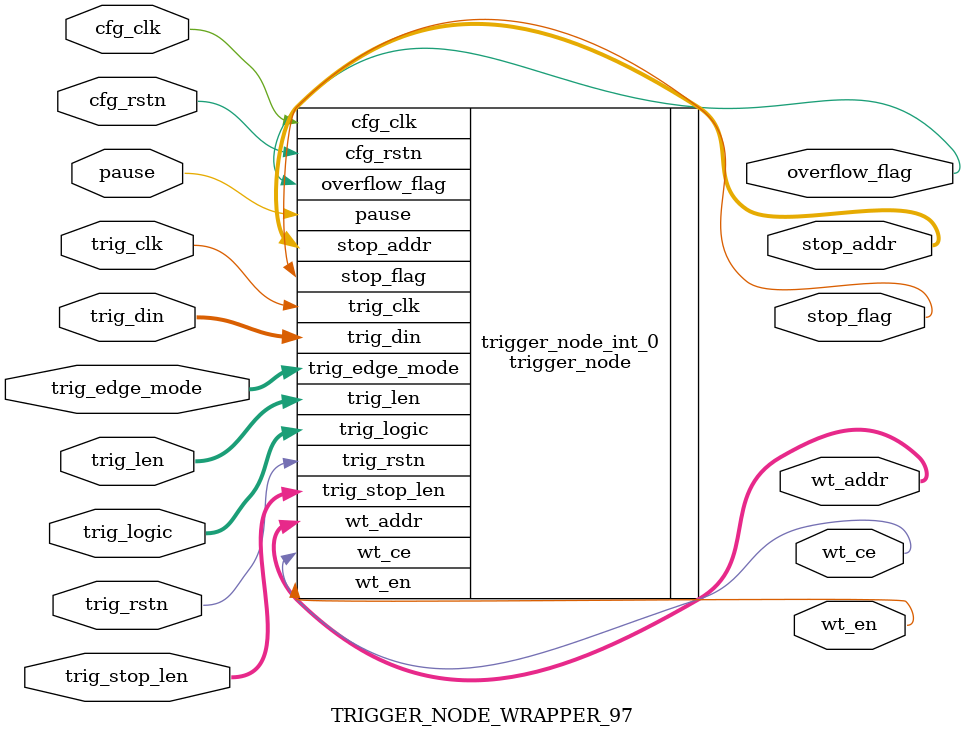
<source format=v>
module CFG_INT_WRAPPER(jtdi, jtck, jrstn, jrti, jscan, jshift, jupdate, jtdo, status, control);
	localparam DEFAULT_CTRL_LEN = 313;
	localparam DEFAULT_STAT_LEN = 18;
	localparam DEFAULT_TRIG_NUM = 1;
	input jtdi;
	input jtck;
	input jrstn;
	input jshift;
	input jupdate;
	input [1:0] jrti;
	input [1:0] jscan;
	input [DEFAULT_STAT_LEN-1:0] status;
	output [1:0] jtdo;
	output [DEFAULT_CTRL_LEN-1:0] control;

	cfg_int #(.INT_CTRL_REG_LEN(DEFAULT_CTRL_LEN), .INT_STAT_REG_LEN(DEFAULT_STAT_LEN), .INT_TRIG_NUM(DEFAULT_TRIG_NUM))
	 wrapper_cfg_inst(
		.jtdi(jtdi),
		.jtck(jtck),
		.jrstn(jrstn),
		.jrti(jrti),
		.jscan(jscan),
		.jshift(jshift),
		.jupdate(jupdate),
		.status(status),
		.jtdo(jtdo),
		.control(control)
	);
endmodule


module TRIGGER_NODE_WRAPPER_97(trig_clk, trig_rstn, pause, trig_logic, trig_din, trig_edge_mode, trig_len, trig_stop_len, cfg_clk, cfg_rstn, overflow_flag, stop_flag, stop_addr,  wt_ce, wt_en, wt_addr);
	localparam DEFAULT_DET_NUM = 97;
	localparam DEFAULT_STOP_LEN = 42;
	input [DEFAULT_DET_NUM-1:0] trig_din;
	input trig_clk;
	input trig_rstn;
	input pause;
	input [1:0] trig_logic;
	input [DEFAULT_DET_NUM*3-1:0] trig_edge_mode;
	input [15:0] trig_len;
	input [1:0] trig_stop_len;
	input cfg_clk;
	input cfg_rstn;
	output overflow_flag;
	output stop_flag;
	output [15:0] stop_addr;
	output [15:0] wt_addr;
	output wt_en;
	output wt_ce;

	trigger_node #(.DET_NUM(DEFAULT_DET_NUM), .STOP_LEN(DEFAULT_STOP_LEN))
	 trigger_node_int_0(
		.trig_din(trig_din),
		.trig_clk(trig_clk),
		.trig_rstn(trig_rstn),
		.pause(pause),
		.trig_logic(trig_logic),
		.trig_edge_mode(trig_edge_mode),
		.trig_len(trig_len),
		.trig_stop_len(trig_stop_len),
		.cfg_clk(cfg_clk),
		.cfg_rstn(cfg_rstn),
		.overflow_flag(overflow_flag),
		.stop_flag(stop_flag),
		.stop_addr(stop_addr),
		.wt_addr(wt_addr),
		.wt_en(wt_en),
		.wt_ce(wt_ce)
	);
endmodule



</source>
